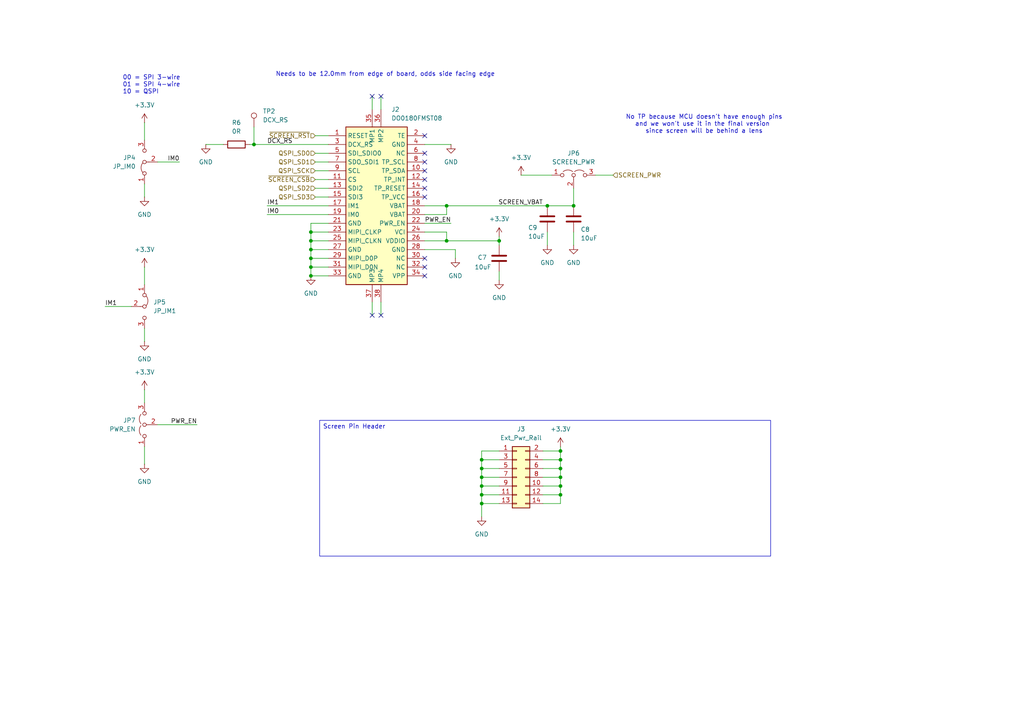
<source format=kicad_sch>
(kicad_sch (version 20231120) (generator "eeschema") (generator_version "8.0")
  (paper "A4")
  (lib_symbols
    (symbol "+3.3V_1" (power) (pin_numbers hide) (pin_names (offset 0) hide)
      (property "Value" "+3.3V" (at 0 3.556 0))
      (symbol "+3.3V_1_0_1"
        (polyline (pts (xy -0.762 1.27) (xy 0 2.54)))
        (polyline (pts (xy 0 0) (xy 0 2.54)))
        (polyline (pts (xy 0 2.54) (xy 0.762 1.27)))
      )
      (symbol "+3.3V_1_1_1"
        (pin power_in line (at 0 0 90) (length 0) (name "~") (number "1"))
      )
    )
    (symbol "Connector:TestPoint" (pin_numbers hide) (pin_names (offset 0.762) hide)
      (property "Reference" "TP" (at 0 6.858 0))
      (property "Value" "TestPoint" (at 0 5.08 0))
      (symbol "TestPoint_0_1"
        (circle (center 0 3.302) (radius 0.762))
      )
      (symbol "TestPoint_1_1"
        (pin passive line (at 0 0 90) (length 2.54) (name "1") (number "1"))
      )
    )
    (symbol "Connector_Generic:Conn_02x07_Odd_Even" (pin_names (offset 1.016) hide)
      (property "Reference" "J" (at 1.27 10.16 0))
      (property "Value" "Conn_02x07_Odd_Even" (at 1.27 -10.16 0))
      (symbol "Conn_02x07_Odd_Even_1_1"
        (rectangle (start -1.27 -7.493) (end 0 -7.747) (stroke (width 0.1524)))
        (rectangle (start -1.27 -4.953) (end 0 -5.207) (stroke (width 0.1524)))
        (rectangle (start -1.27 -2.413) (end 0 -2.667) (stroke (width 0.1524)))
        (rectangle (start -1.27 0.127) (end 0 -0.127) (stroke (width 0.1524)))
        (rectangle (start -1.27 2.667) (end 0 2.413) (stroke (width 0.1524)))
        (rectangle (start -1.27 5.207) (end 0 4.953) (stroke (width 0.1524)))
        (rectangle (start -1.27 7.747) (end 0 7.493) (stroke (width 0.1524)))
        (rectangle (start -1.27 8.89) (end 3.81 -8.89) (stroke (width 0.254)) (fill (type background)))
        (rectangle (start 3.81 -7.493) (end 2.54 -7.747) (stroke (width 0.1524)))
        (rectangle (start 3.81 -4.953) (end 2.54 -5.207) (stroke (width 0.1524)))
        (rectangle (start 3.81 -2.413) (end 2.54 -2.667) (stroke (width 0.1524)))
        (rectangle (start 3.81 0.127) (end 2.54 -0.127) (stroke (width 0.1524)))
        (rectangle (start 3.81 2.667) (end 2.54 2.413) (stroke (width 0.1524)))
        (rectangle (start 3.81 5.207) (end 2.54 4.953) (stroke (width 0.1524)))
        (rectangle (start 3.81 7.747) (end 2.54 7.493) (stroke (width 0.1524)))
        (pin passive line (at -5.08 7.62 0) (length 3.81) (name "Pin_1") (number "1"))
        (pin passive line (at 7.62 -2.54 180) (length 3.81) (name "Pin_10") (number "10"))
        (pin passive line (at -5.08 -5.08 0) (length 3.81) (name "Pin_11") (number "11"))
        (pin passive line (at 7.62 -5.08 180) (length 3.81) (name "Pin_12") (number "12"))
        (pin passive line (at -5.08 -7.62 0) (length 3.81) (name "Pin_13") (number "13"))
        (pin passive line (at 7.62 -7.62 180) (length 3.81) (name "Pin_14") (number "14"))
        (pin passive line (at 7.62 7.62 180) (length 3.81) (name "Pin_2") (number "2"))
        (pin passive line (at -5.08 5.08 0) (length 3.81) (name "Pin_3") (number "3"))
        (pin passive line (at 7.62 5.08 180) (length 3.81) (name "Pin_4") (number "4"))
        (pin passive line (at -5.08 2.54 0) (length 3.81) (name "Pin_5") (number "5"))
        (pin passive line (at 7.62 2.54 180) (length 3.81) (name "Pin_6") (number "6"))
        (pin passive line (at -5.08 0 0) (length 3.81) (name "Pin_7") (number "7"))
        (pin passive line (at 7.62 0 180) (length 3.81) (name "Pin_8") (number "8"))
        (pin passive line (at -5.08 -2.54 0) (length 3.81) (name "Pin_9") (number "9"))
      )
    )
    (symbol "Device:C" (pin_numbers hide) (pin_names (offset 0.254))
      (property "Reference" "C" (at 0.635 2.54 0))
      (property "Value" "C" (at 0.635 -2.54 0))
      (symbol "C_0_1"
        (polyline (pts (xy -2.032 -0.762) (xy 2.032 -0.762)) (stroke (width 0.508)))
        (polyline (pts (xy -2.032 0.762) (xy 2.032 0.762)) (stroke (width 0.508)))
      )
      (symbol "C_1_1"
        (pin passive line (at 0 3.81 270) (length 2.794) (name "~") (number "1"))
        (pin passive line (at 0 -3.81 90) (length 2.794) (name "~") (number "2"))
      )
    )
    (symbol "Device:R" (pin_numbers hide) (pin_names (offset 0))
      (property "Reference" "R" (at 2.032 0 90))
      (property "Value" "R" (at 0 0 90))
      (symbol "R_0_1"
        (rectangle (start -1.016 -2.54) (end 1.016 2.54) (stroke (width 0.254)))
      )
      (symbol "R_1_1"
        (pin passive line (at 0 3.81 270) (length 1.27) (name "~") (number "1"))
        (pin passive line (at 0 -3.81 90) (length 1.27) (name "~") (number "2"))
      )
    )
    (symbol "GND_1" (power) (pin_numbers hide) (pin_names (offset 0) hide)
      (property "Value" "GND" (at 0 -3.81 0))
      (symbol "GND_1_0_1"
        (polyline (pts (xy 0 0) (xy 0 -1.27) (xy 1.27 -1.27) (xy 0 -2.54) (xy -1.27 -1.27) (xy 0 -1.27)))
      )
      (symbol "GND_1_1_1"
        (pin power_in line (at 0 0 270) (length 0) (name "~") (number "1"))
      )
    )
    (symbol "Jumper:Jumper_3_Bridged12" (pin_names (offset 0) hide) (exclude_from_sim yes) (in_bom no)
      (property "Reference" "JP" (at -2.54 -2.54 0))
      (property "Value" "Jumper_3_Bridged12" (at 0 2.794 0))
      (symbol "Jumper_3_Bridged12_0_0"
        (circle (center -3.302 0) (radius 0.508))
        (circle (center 0 0) (radius 0.508))
        (circle (center 3.302 0) (radius 0.508))
      )
      (symbol "Jumper_3_Bridged12_0_1"
        (arc (start -0.254 0.508) (mid -1.651 0.9912) (end -3.048 0.508))
        (polyline (pts (xy 0 -1.27) (xy 0 -0.508)))
      )
      (symbol "Jumper_3_Bridged12_1_1"
        (pin passive line (at -6.35 0 0) (length 2.54) (name "A") (number "1"))
        (pin passive line (at 0 -3.81 90) (length 2.54) (name "C") (number "2"))
        (pin passive line (at 6.35 0 180) (length 2.54) (name "B") (number "3"))
      )
    )
    (symbol "Jumper:Jumper_3_Open" (pin_names (offset 0) hide) (exclude_from_sim yes) (in_bom no)
      (property "Reference" "JP" (at -2.54 -2.54 0))
      (property "Value" "Jumper_3_Open" (at 0 2.794 0))
      (symbol "Jumper_3_Open_0_0"
        (circle (center -3.302 0) (radius 0.508))
        (circle (center 0 0) (radius 0.508))
        (circle (center 3.302 0) (radius 0.508))
      )
      (symbol "Jumper_3_Open_0_1"
        (arc (start -0.254 1.016) (mid -1.651 1.4992) (end -3.048 1.016))
        (polyline (pts (xy 0 -0.508) (xy 0 -1.27)))
        (arc (start 3.048 1.016) (mid 1.651 1.4992) (end 0.254 1.016))
      )
      (symbol "Jumper_3_Open_1_1"
        (pin passive line (at -6.35 0 0) (length 2.54) (name "A") (number "1"))
        (pin passive line (at 0 -3.81 90) (length 2.54) (name "C") (number "2"))
        (pin passive line (at 6.35 0 180) (length 2.54) (name "B") (number "3"))
      )
    )
    (symbol "SamacSys_Parts:DO0180FMST03"
      (property "Reference" "J" (at 52.07 12.7 0))
      (property "Value" "DO0180FMST08" (at 52.07 10.16 0))
      (symbol "DO0180FMST03_1_1"
        (rectangle (start 5.08 7.62) (end 50.8 -10.16) (stroke (width 0.254)) (fill (type background)))
        (pin passive line (at 48.26 -15.24 90) (length 5.08) (name "RESET") (number "1"))
        (pin passive line (at 38.1 12.7 270) (length 5.08) (name "TP_SDA") (number "10"))
        (pin passive line (at 35.56 -15.24 90) (length 5.08) (name "CS") (number "11"))
        (pin passive line (at 35.56 12.7 270) (length 5.08) (name "TP_INT") (number "12"))
        (pin passive line (at 33.02 -15.24 90) (length 5.08) (name "SDI2") (number "13"))
        (pin passive line (at 33.02 12.7 270) (length 5.08) (name "TP_RESET") (number "14"))
        (pin passive line (at 30.48 -15.24 90) (length 5.08) (name "SDI3") (number "15"))
        (pin passive line (at 30.48 12.7 270) (length 5.08) (name "TP_VCC") (number "16"))
        (pin passive line (at 27.94 -15.24 90) (length 5.08) (name "IM1") (number "17"))
        (pin passive line (at 27.94 12.7 270) (length 5.08) (name "VBAT") (number "18"))
        (pin passive line (at 25.4 -15.24 90) (length 5.08) (name "IM0") (number "19"))
        (pin passive line (at 48.26 12.7 270) (length 5.08) (name "TE") (number "2"))
        (pin passive line (at 25.4 12.7 270) (length 5.08) (name "VBAT") (number "20"))
        (pin passive line (at 22.86 -15.24 90) (length 5.08) (name "GND") (number "21"))
        (pin passive line (at 22.86 12.7 270) (length 5.08) (name "PWR_EN") (number "22"))
        (pin passive line (at 20.32 -15.24 90) (length 5.08) (name "MIPI_CLKP") (number "23"))
        (pin passive line (at 20.32 12.7 270) (length 5.08) (name "VCI") (number "24"))
        (pin passive line (at 17.78 -15.24 90) (length 5.08) (name "MIPI_CLKN") (number "25"))
        (pin passive line (at 17.78 12.7 270) (length 5.08) (name "VDDIO") (number "26"))
        (pin passive line (at 15.24 -15.24 90) (length 5.08) (name "GND") (number "27"))
        (pin passive line (at 15.24 12.7 270) (length 5.08) (name "GND") (number "28"))
        (pin passive line (at 12.7 -15.24 90) (length 5.08) (name "MIPI_D0P") (number "29"))
        (pin passive line (at 45.72 -15.24 90) (length 5.08) (name "DCX_RS") (number "3"))
        (pin passive line (at 12.7 12.7 270) (length 5.08) (name "NC") (number "30"))
        (pin passive line (at 10.16 -15.24 90) (length 5.08) (name "MIPI_D0N") (number "31"))
        (pin passive line (at 10.16 12.7 270) (length 5.08) (name "NC") (number "32"))
        (pin passive line (at 7.62 -15.24 90) (length 5.08) (name "GND") (number "33"))
        (pin passive line (at 7.62 12.7 270) (length 5.08) (name "VPP") (number "34"))
        (pin passive line (at 55.88 -2.54 180) (length 5.08) (name "MP1") (number "35"))
        (pin passive line (at 55.88 0 180) (length 5.08) (name "MP2") (number "36"))
        (pin passive line (at 0 -2.54 0) (length 5.08) (name "MP3") (number "37"))
        (pin passive line (at 0 0 0) (length 5.08) (name "MP4") (number "38"))
        (pin passive line (at 45.72 12.7 270) (length 5.08) (name "GND") (number "4"))
        (pin passive line (at 43.18 -15.24 90) (length 5.08) (name "SDI_SDIO0") (number "5"))
        (pin passive line (at 43.18 12.7 270) (length 5.08) (name "NC") (number "6"))
        (pin passive line (at 40.64 -15.24 90) (length 5.08) (name "SDO_SDI1") (number "7"))
        (pin passive line (at 40.64 12.7 270) (length 5.08) (name "TP_SCL") (number "8"))
        (pin passive line (at 38.1 -15.24 90) (length 5.08) (name "SCL") (number "9"))
      )
    )
    (symbol "power:+3.3V" (power) (pin_names (offset 0))
      (property "Value" "+3.3V" (at 0 3.556 0))
      (symbol "+3.3V_0_1"
        (polyline (pts (xy -0.762 1.27) (xy 0 2.54)))
        (polyline (pts (xy 0 0) (xy 0 2.54)))
        (polyline (pts (xy 0 2.54) (xy 0.762 1.27)))
      )
      (symbol "+3.3V_1_1"
        (pin power_in line (at 0 0 90) (length 0) hide (name "+3.3V") (number "1"))
      )
    )
  )
  (junction (at 90.17 72.39))
  (junction (at 162.56 140.97))
  (junction (at 90.17 69.85))
  (junction (at 139.7 133.35))
  (junction (at 158.75 59.69))
  (junction (at 139.7 140.97))
  (junction (at 162.56 138.43))
  (junction (at 162.56 135.89))
  (junction (at 162.56 133.35))
  (junction (at 90.17 67.31))
  (junction (at 144.78 69.85))
  (junction (at 129.54 69.85))
  (junction (at 139.7 146.05))
  (junction (at 90.17 80.01))
  (junction (at 162.56 130.81))
  (junction (at 90.17 74.93))
  (junction (at 129.54 59.69))
  (junction (at 166.37 59.69))
  (junction (at 139.7 138.43))
  (junction (at 73.66 41.91))
  (junction (at 139.7 135.89))
  (junction (at 90.17 77.47))
  (junction (at 139.7 143.51))
  (junction (at 162.56 143.51))
  (no_connect (at 123.19 39.37))
  (no_connect (at 110.49 91.44))
  (no_connect (at 123.19 49.53))
  (no_connect (at 107.95 91.44))
  (no_connect (at 123.19 74.93))
  (no_connect (at 123.19 77.47))
  (no_connect (at 123.19 57.15))
  (no_connect (at 123.19 54.61))
  (no_connect (at 107.95 27.94))
  (no_connect (at 123.19 52.07))
  (no_connect (at 123.19 80.01))
  (no_connect (at 123.19 46.99))
  (no_connect (at 110.49 27.94))
  (no_connect (at 123.19 44.45))
  (wire (pts (xy 41.91 129.54) (xy 41.91 134.62)))
  (wire (pts (xy 123.19 69.85) (xy 129.54 69.85)))
  (wire (pts (xy 139.7 133.35) (xy 144.78 133.35)))
  (wire (pts (xy 123.19 67.31) (xy 129.54 67.31)))
  (wire (pts (xy 144.78 130.81) (xy 139.7 130.81)))
  (wire (pts (xy 90.17 77.47) (xy 90.17 80.01)))
  (wire (pts (xy 38.1 88.9) (xy 30.48 88.9)))
  (wire (pts (xy 91.44 44.45) (xy 95.25 44.45)))
  (wire (pts (xy 162.56 143.51) (xy 162.56 146.05)))
  (wire (pts (xy 139.7 143.51) (xy 139.7 146.05)))
  (wire (pts (xy 139.7 146.05) (xy 144.78 146.05)))
  (wire (pts (xy 162.56 138.43) (xy 162.56 140.97)))
  (wire (pts (xy 123.19 72.39) (xy 132.08 72.39)))
  (wire (pts (xy 139.7 140.97) (xy 144.78 140.97)))
  (wire (pts (xy 123.19 41.91) (xy 130.81 41.91)))
  (wire (pts (xy 123.19 64.77) (xy 130.81 64.77)))
  (wire (pts (xy 95.25 80.01) (xy 90.17 80.01)))
  (wire (pts (xy 107.95 91.44) (xy 107.95 87.63)))
  (wire (pts (xy 129.54 69.85) (xy 144.78 69.85)))
  (wire (pts (xy 77.47 59.69) (xy 95.25 59.69)))
  (wire (pts (xy 157.48 143.51) (xy 162.56 143.51)))
  (wire (pts (xy 91.44 49.53) (xy 95.25 49.53)))
  (wire (pts (xy 157.48 146.05) (xy 162.56 146.05)))
  (wire (pts (xy 166.37 59.69) (xy 158.75 59.69)))
  (wire (pts (xy 90.17 64.77) (xy 95.25 64.77)))
  (wire (pts (xy 123.19 62.23) (xy 129.54 62.23)))
  (wire (pts (xy 157.48 130.81) (xy 162.56 130.81)))
  (wire (pts (xy 139.7 138.43) (xy 144.78 138.43)))
  (wire (pts (xy 166.37 54.61) (xy 166.37 59.69)))
  (wire (pts (xy 72.39 41.91) (xy 73.66 41.91)))
  (wire (pts (xy 144.78 78.74) (xy 144.78 81.28)))
  (wire (pts (xy 162.56 133.35) (xy 162.56 135.89)))
  (wire (pts (xy 90.17 67.31) (xy 90.17 69.85)))
  (wire (pts (xy 107.95 27.94) (xy 107.95 31.75)))
  (wire (pts (xy 129.54 69.85) (xy 129.54 67.31)))
  (wire (pts (xy 91.44 39.37) (xy 95.25 39.37)))
  (wire (pts (xy 139.7 138.43) (xy 139.7 140.97)))
  (wire (pts (xy 162.56 140.97) (xy 162.56 143.51)))
  (wire (pts (xy 151.13 50.8) (xy 160.02 50.8)))
  (wire (pts (xy 91.44 54.61) (xy 95.25 54.61)))
  (wire (pts (xy 90.17 72.39) (xy 90.17 74.93)))
  (wire (pts (xy 139.7 143.51) (xy 144.78 143.51)))
  (wire (pts (xy 91.44 52.07) (xy 95.25 52.07)))
  (wire (pts (xy 90.17 69.85) (xy 95.25 69.85)))
  (wire (pts (xy 110.49 27.94) (xy 110.49 31.75)))
  (wire (pts (xy 90.17 74.93) (xy 95.25 74.93)))
  (wire (pts (xy 91.44 57.15) (xy 95.25 57.15)))
  (wire (pts (xy 59.69 41.91) (xy 64.77 41.91)))
  (wire (pts (xy 41.91 95.25) (xy 41.91 99.06)))
  (wire (pts (xy 90.17 67.31) (xy 95.25 67.31)))
  (wire (pts (xy 41.91 53.34) (xy 41.91 57.15)))
  (wire (pts (xy 157.48 140.97) (xy 162.56 140.97)))
  (wire (pts (xy 110.49 87.63) (xy 110.49 91.44)))
  (wire (pts (xy 177.8 50.8) (xy 172.72 50.8)))
  (wire (pts (xy 158.75 67.31) (xy 158.75 71.12)))
  (wire (pts (xy 90.17 74.93) (xy 90.17 77.47)))
  (wire (pts (xy 157.48 133.35) (xy 162.56 133.35)))
  (wire (pts (xy 144.78 68.58) (xy 144.78 69.85)))
  (wire (pts (xy 41.91 35.56) (xy 41.91 40.64)))
  (wire (pts (xy 139.7 140.97) (xy 139.7 143.51)))
  (wire (pts (xy 91.44 46.99) (xy 95.25 46.99)))
  (wire (pts (xy 73.66 41.91) (xy 95.25 41.91)))
  (wire (pts (xy 139.7 133.35) (xy 139.7 135.89)))
  (wire (pts (xy 139.7 135.89) (xy 144.78 135.89)))
  (wire (pts (xy 139.7 135.89) (xy 139.7 138.43)))
  (wire (pts (xy 132.08 72.39) (xy 132.08 74.93)))
  (wire (pts (xy 139.7 146.05) (xy 139.7 149.86)))
  (wire (pts (xy 144.78 69.85) (xy 144.78 71.12)))
  (wire (pts (xy 166.37 67.31) (xy 166.37 71.12)))
  (wire (pts (xy 45.72 46.99) (xy 52.07 46.99)))
  (wire (pts (xy 123.19 59.69) (xy 129.54 59.69)))
  (wire (pts (xy 90.17 69.85) (xy 90.17 72.39)))
  (wire (pts (xy 73.66 36.83) (xy 73.66 41.91)))
  (wire (pts (xy 95.25 77.47) (xy 90.17 77.47)))
  (wire (pts (xy 41.91 113.03) (xy 41.91 116.84)))
  (wire (pts (xy 157.48 138.43) (xy 162.56 138.43)))
  (wire (pts (xy 45.72 123.19) (xy 57.15 123.19)))
  (wire (pts (xy 77.47 62.23) (xy 95.25 62.23)))
  (wire (pts (xy 162.56 129.54) (xy 162.56 130.81)))
  (wire (pts (xy 90.17 72.39) (xy 95.25 72.39)))
  (wire (pts (xy 162.56 130.81) (xy 162.56 133.35)))
  (wire (pts (xy 129.54 62.23) (xy 129.54 59.69)))
  (wire (pts (xy 162.56 135.89) (xy 162.56 138.43)))
  (wire (pts (xy 90.17 64.77) (xy 90.17 67.31)))
  (wire (pts (xy 41.91 77.47) (xy 41.91 82.55)))
  (wire (pts (xy 139.7 130.81) (xy 139.7 133.35)))
  (wire (pts (xy 129.54 59.69) (xy 158.75 59.69)))
  (wire (pts (xy 157.48 135.89) (xy 162.56 135.89)))
  (text_box "Screen Pin Header" (at 92.71 121.92 0) (size 130.81 39.37) (effects (font (size 1.27 1.27)) (justify left top)))
  (text "No TP because MCU doesn't have enough pins\nand we won't use it in the final version \nsince screen will be behind a lens" (at 204.216 36.068 0) (effects (font (size 1.27 1.27))))
  (text "00 = SPI 3-wire\n01 = SPI 4-wire\n10 = QSPI" (at 35.56 24.638 0) (effects (font (size 1.27 1.27)) (justify left)))
  (text "Needs to be 12.0mm from edge of board, odds side facing edge" (at 111.76 21.59 0) (effects (font (size 1.27 1.27))))
  (label "SCREEN_VBAT" (at 157.48 59.69 180))
  (label "PWR_EN" (at 57.15 123.19 180))
  (label "DCX_RS" (at 77.47 41.91 0))
  (label "PWR_EN" (at 130.81 64.77 180))
  (label "IM0" (at 52.07 46.99 180))
  (label "IM1" (at 30.48 88.9 0))
  (label "IM0" (at 77.47 62.23 0))
  (label "IM1" (at 77.47 59.69 0))
  (hierarchical_label "~{SCREEN_CSB}" (shape input) (at 91.44 52.07 180))
  (hierarchical_label "QSPI_SD0" (shape input) (at 91.44 44.45 180))
  (hierarchical_label "QSPI_SD1" (shape input) (at 91.44 46.99 180))
  (hierarchical_label "~{SCREEN_RST}" (shape input) (at 91.44 39.37 180))
  (hierarchical_label "QSPI_SD2" (shape input) (at 91.44 54.61 180))
  (hierarchical_label "QSPI_SD3" (shape input) (at 91.44 57.15 180))
  (hierarchical_label "SCREEN_PWR" (shape input) (at 177.8 50.8 0))
  (hierarchical_label "QSPI_SCK" (shape input) (at 91.44 49.53 180))
  (symbol (lib_name "GND_1") (lib_id "power:GND") (at 158.75 71.12 0) (unit 1)
    (property "Reference" "#PWR048" (effects (hide yes)))
    (property "Value" "GND" (at 158.75 76.2 0))
    (property "Description" "Power symbol creates a global label with name \"GND\" , ground" (effects (hide yes)))
  )
  (symbol (lib_id "Device:R") (at 68.58 41.91 90) (unit 1)
    (property "Reference" "R6" (at 68.58 35.56 90))
    (property "Value" "0R" (at 68.58 38.1 90))
    (property "Footprint" "Capacitor_SMD:C_0402_1005Metric" (effects (hide yes)))
    (property "Description" "Resistor" (effects (hide yes)))
  )
  (symbol (lib_id "Device:C") (at 158.75 63.5 0) (unit 1)
    (property "Reference" "C9" (at 153.162 66.04 0) (effects (justify left)))
    (property "Value" "10uF" (at 153.162 68.58 0) (effects (justify left)))
    (property "Footprint" "Capacitor_SMD:C_0402_1005Metric" (effects (hide yes)))
    (property "Description" "Unpolarized capacitor" (effects (hide yes)))
  )
  (symbol (lib_name "GND_1") (lib_id "power:GND") (at 144.78 81.28 0) (unit 1)
    (property "Reference" "#PWR044" (effects (hide yes)))
    (property "Value" "GND" (at 144.78 86.36 0))
    (property "Description" "Power symbol creates a global label with name \"GND\" , ground" (effects (hide yes)))
  )
  (symbol (lib_id "Jumper:Jumper_3_Bridged12") (at 41.91 46.99 90) (unit 1) (exclude_from_sim yes) (in_bom no)
    (property "Reference" "JP4" (at 39.37 45.7199 90) (effects (justify left)))
    (property "Value" "JP_IM0" (at 39.37 48.2599 90) (effects (justify left)))
    (property "Footprint" "Jumper:SolderJumper-3_P1.3mm_Open_Pad1.0x1.5mm" (effects (hide yes)))
    (property "Description" "Jumper, 3-pole, pins 1+2 closed/bridged" (effects (hide yes)))
  )
  (symbol (lib_name "GND_1") (lib_id "power:GND") (at 41.91 57.15 0) (unit 1)
    (property "Reference" "#PWR035" (effects (hide yes)))
    (property "Value" "GND" (at 41.91 62.23 0))
    (property "Description" "Power symbol creates a global label with name \"GND\" , ground" (effects (hide yes)))
  )
  (symbol (lib_id "Device:C") (at 166.37 63.5 0) (unit 1)
    (property "Reference" "C8" (at 168.402 66.548 0) (effects (justify left)))
    (property "Value" "10uF" (at 168.402 69.088 0) (effects (justify left)))
    (property "Footprint" "Capacitor_SMD:C_0402_1005Metric" (effects (hide yes)))
    (property "Description" "Unpolarized capacitor" (effects (hide yes)))
  )
  (symbol (lib_name "+3.3V_1") (lib_id "power:+3.3V") (at 41.91 77.47 0) (unit 1)
    (property "Reference" "#PWR036" (effects (hide yes)))
    (property "Value" "+3.3V" (at 41.91 72.39 0))
    (property "Description" "Power symbol creates a global label with name \"+3.3V\"" (effects (hide yes)))
  )
  (symbol (lib_id "Device:C") (at 144.78 74.93 0) (mirror y) (unit 1)
    (property "Reference" "C7" (at 141.224 74.676 0) (effects (justify left)))
    (property "Value" "10uF" (at 142.494 77.47 0) (effects (justify left)))
    (property "Footprint" "Capacitor_SMD:C_0402_1005Metric" (effects (hide yes)))
    (property "Description" "Unpolarized capacitor" (effects (hide yes)))
  )
  (symbol (lib_name "GND_1") (lib_id "power:GND") (at 41.91 99.06 0) (unit 1)
    (property "Reference" "#PWR037" (effects (hide yes)))
    (property "Value" "GND" (at 41.91 104.14 0))
    (property "Description" "Power symbol creates a global label with name \"GND\" , ground" (effects (hide yes)))
  )
  (symbol (lib_name "GND_1") (lib_id "power:GND") (at 41.91 134.62 0) (unit 1)
    (property "Reference" "#PWR066" (effects (hide yes)))
    (property "Value" "GND" (at 41.91 139.7 0))
    (property "Description" "Power symbol creates a global label with name \"GND\" , ground" (effects (hide yes)))
  )
  (symbol (lib_name "+3.3V_1") (lib_id "power:+3.3V") (at 151.13 50.8 0) (mirror y) (unit 1)
    (property "Reference" "#PWR062" (effects (hide yes)))
    (property "Value" "+3.3V" (at 151.13 45.72 0))
    (property "Description" "Power symbol creates a global label with name \"+3.3V\"" (effects (hide yes)))
  )
  (symbol (lib_name "+3.3V_1") (lib_id "power:+3.3V") (at 144.78 68.58 0) (unit 1)
    (property "Reference" "#PWR043" (effects (hide yes)))
    (property "Value" "+3.3V" (at 144.78 63.5 0))
    (property "Description" "Power symbol creates a global label with name \"+3.3V\"" (effects (hide yes)))
  )
  (symbol (lib_id "SamacSys_Parts:DO0180FMST03") (at 110.49 87.63 270) (mirror x) (unit 1)
    (property "Reference" "J2" (at 113.5065 31.75 90) (effects (justify left)))
    (property "Value" "DO0180FMST08" (at 113.5065 34.29 90) (effects (justify left)))
    (property "Footprint" "SamacsysParts:AXE534127" (effects (hide yes)))
    (property "Datasheet" "https://mediap.industry.panasonic.eu/assets/imported/industrial.panasonic.com/ac/cdn/e/control/connector/base-fpc/catalog/con_eng_a4s.pdf" (effects (hide yes)))
    (property "Description" "Panasonic A4S Series Surface Mount PCB Socket, 34-Contact, 2-Row, 0.4mm Pitch, Solder Termination" (effects (hide yes)))
    (property "Height" "0.97" (effects (hide yes)))
    (property "Mouser Part Number" "679-AXE534127" (effects (hide yes)))
    (property "Mouser Price/Stock" "https://www.mouser.co.uk/ProductDetail/Panasonic-Industrial-Devices/AXE534127?qs=HSwFsqQPTVMM2kfMwZjTLA%3D%3D" (effects (hide yes)))
    (property "Manufacturer_Name" "Panasonic" (effects (hide yes)))
    (property "Manufacturer_Part_Number" "AXE534127" (effects (hide yes)))
  )
  (symbol (lib_name "+3.3V_1") (lib_id "power:+3.3V") (at 41.91 35.56 0) (unit 1)
    (property "Reference" "#PWR034" (effects (hide yes)))
    (property "Value" "+3.3V" (at 41.91 30.48 0))
    (property "Description" "Power symbol creates a global label with name \"+3.3V\"" (effects (hide yes)))
  )
  (symbol (lib_name "GND_1") (lib_id "power:GND") (at 59.69 41.91 0) (unit 1)
    (property "Reference" "#PWR038" (effects (hide yes)))
    (property "Value" "GND" (at 59.69 46.99 0))
    (property "Description" "Power symbol creates a global label with name \"GND\" , ground" (effects (hide yes)))
  )
  (symbol (lib_id "Jumper:Jumper_3_Open") (at 166.37 50.8 0) (unit 1) (exclude_from_sim yes) (in_bom no)
    (property "Reference" "JP6" (at 166.37 44.45 0))
    (property "Value" "SCREEN_PWR" (at 166.37 46.99 0))
    (property "Footprint" "Connector_PinHeader_2.54mm:PinHeader_1x03_P2.54mm_Vertical" (effects (hide yes)))
    (property "Description" "Jumper, 3-pole, both open" (effects (hide yes)))
  )
  (symbol (lib_id "Jumper:Jumper_3_Open") (at 41.91 123.19 90) (unit 1) (exclude_from_sim yes) (in_bom no)
    (property "Reference" "JP7" (at 39.37 121.9199 90) (effects (justify left)))
    (property "Value" "PWR_EN" (at 39.37 124.4599 90) (effects (justify left)))
    (property "Footprint" "Jumper:SolderJumper-3_P1.3mm_Open_Pad1.0x1.5mm" (effects (hide yes)))
    (property "Description" "Jumper, 3-pole, both open" (effects (hide yes)))
  )
  (symbol (lib_id "Connector_Generic:Conn_02x07_Odd_Even") (at 149.86 138.43 0) (unit 1)
    (property "Reference" "J3" (at 151.13 124.46 0))
    (property "Value" "Ext_Pwr_Rail" (at 151.13 127 0))
    (property "Footprint" "Connector_PinHeader_2.54mm:PinHeader_2x07_P2.54mm_Vertical" (effects (hide yes)))
    (property "Description" "Generic connector, double row, 02x07, odd/even pin numbering scheme (row 1 odd numbers, row 2 even numbers), script generated (kicad-library-utils/schlib/autogen/connector/)" (effects (hide yes)))
  )
  (symbol (lib_id "power:+3.3V") (at 162.56 129.54 0) (unit 1)
    (property "Reference" "#PWR046" (effects (hide yes)))
    (property "Value" "+3.3V" (at 162.56 124.46 0))
  )
  (symbol (lib_id "Jumper:Jumper_3_Bridged12") (at 41.91 88.9 270) (unit 1) (exclude_from_sim yes) (in_bom no)
    (property "Reference" "JP5" (at 44.45 87.6299 90) (effects (justify left)))
    (property "Value" "JP_IM1" (at 44.45 90.1699 90) (effects (justify left)))
    (property "Footprint" "Jumper:SolderJumper-3_P1.3mm_Open_Pad1.0x1.5mm" (effects (hide yes)))
    (property "Description" "Jumper, 3-pole, pins 1+2 closed/bridged" (effects (hide yes)))
  )
  (symbol (lib_name "GND_1") (lib_id "power:GND") (at 90.17 80.01 0) (unit 1)
    (property "Reference" "#PWR039" (effects (hide yes)))
    (property "Value" "GND" (at 90.17 85.09 0))
    (property "Description" "Power symbol creates a global label with name \"GND\" , ground" (effects (hide yes)))
  )
  (symbol (lib_name "GND_1") (lib_id "power:GND") (at 139.7 149.86 0) (unit 1)
    (property "Reference" "#PWR042" (effects (hide yes)))
    (property "Value" "GND" (at 139.7 154.94 0))
    (property "Description" "Power symbol creates a global label with name \"GND\" , ground" (effects (hide yes)))
  )
  (symbol (lib_name "GND_1") (lib_id "power:GND") (at 130.81 41.91 0) (unit 1)
    (property "Reference" "#PWR041" (effects (hide yes)))
    (property "Value" "GND" (at 130.81 46.99 0))
    (property "Description" "Power symbol creates a global label with name \"GND\" , ground" (effects (hide yes)))
  )
  (symbol (lib_name "GND_1") (lib_id "power:GND") (at 132.08 74.93 0) (unit 1)
    (property "Reference" "#PWR040" (effects (hide yes)))
    (property "Value" "GND" (at 132.08 80.01 0))
    (property "Description" "Power symbol creates a global label with name \"GND\" , ground" (effects (hide yes)))
  )
  (symbol (lib_name "+3.3V_1") (lib_id "power:+3.3V") (at 41.91 113.03 0) (unit 1)
    (property "Reference" "#PWR065" (effects (hide yes)))
    (property "Value" "+3.3V" (at 41.91 107.95 0))
    (property "Description" "Power symbol creates a global label with name \"+3.3V\"" (effects (hide yes)))
  )
  (symbol (lib_name "GND_1") (lib_id "power:GND") (at 166.37 71.12 0) (unit 1)
    (property "Reference" "#PWR047" (effects (hide yes)))
    (property "Value" "GND" (at 166.37 76.2 0))
    (property "Description" "Power symbol creates a global label with name \"GND\" , ground" (effects (hide yes)))
  )
  (symbol (lib_id "Connector:TestPoint") (at 73.66 36.83 0) (unit 1)
    (property "Reference" "TP2" (at 76.2 32.2579 0) (effects (justify left)))
    (property "Value" "DCX_RS" (at 76.2 34.7979 0) (effects (justify left)))
    (property "Footprint" "Connector_PinHeader_2.54mm:PinHeader_1x01_P2.54mm_Vertical" (effects (hide yes)))
    (property "Description" "test point" (effects (hide yes)))
  )
)
</source>
